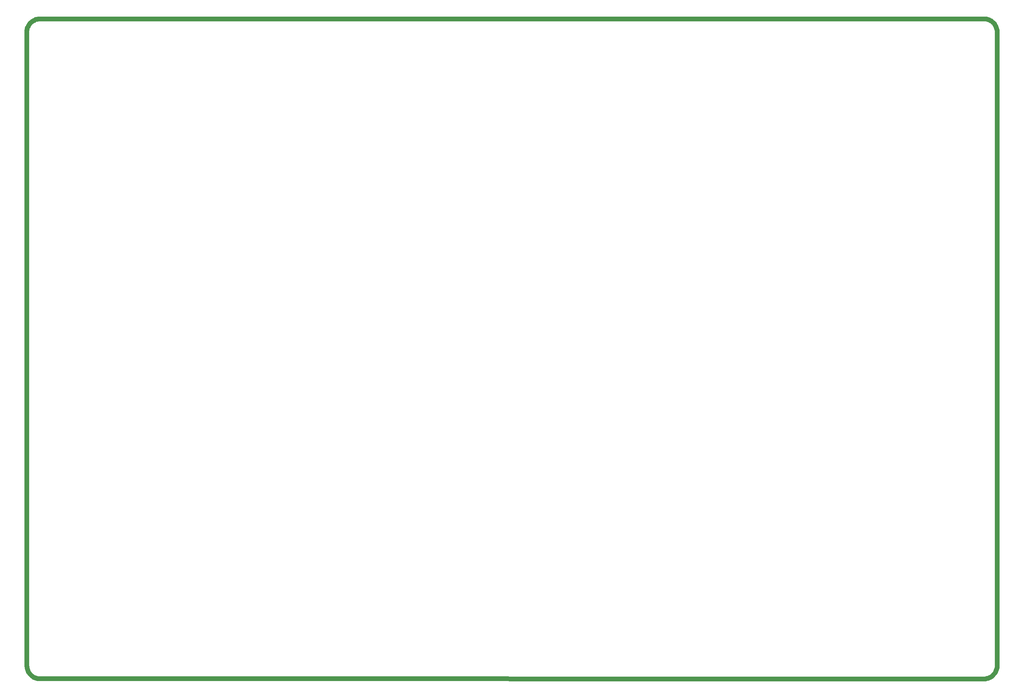
<source format=gko>
G04*
G04 #@! TF.GenerationSoftware,Altium Limited,Altium Designer,20.1.11 (218)*
G04*
G04 Layer_Color=16711935*
%FSLAX25Y25*%
%MOIN*%
G70*
G04*
G04 #@! TF.SameCoordinates,A32AA641-9BD5-4A0C-9211-EA825F98DF86*
G04*
G04*
G04 #@! TF.FilePolarity,Positive*
G04*
G01*
G75*
%ADD98C,0.04724*%
D98*
X956000Y638628D02*
X955921Y639647D01*
X955762Y640656D01*
X955524Y641649D01*
X955209Y642621D01*
X954819Y643565D01*
X954356Y644476D01*
X953823Y645347D01*
X953223Y646174D01*
X952561Y646951D01*
X951839Y647674D01*
X951063Y648338D01*
X950237Y648939D01*
X949366Y649474D01*
X948456Y649938D01*
X947513Y650330D01*
X946542Y650646D01*
X945549Y650886D01*
X944540Y651046D01*
X943521Y651127D01*
X942500Y651128D01*
X14872Y651000D02*
X13853Y650921D01*
X12844Y650762D01*
X11851Y650524D01*
X10879Y650209D01*
X9935Y649819D01*
X9024Y649356D01*
X8153Y648823D01*
X7326Y648223D01*
X6549Y647561D01*
X5826Y646839D01*
X5162Y646063D01*
X4561Y645237D01*
X4026Y644366D01*
X3562Y643456D01*
X3170Y642513D01*
X2854Y641542D01*
X2614Y640549D01*
X2454Y639540D01*
X2373Y638521D01*
X2372Y637500D01*
X2500Y15000D02*
X2579Y13982D01*
X2738Y12972D01*
X2976Y11979D01*
X3291Y11007D01*
X3681Y10063D01*
X4144Y9153D01*
X4677Y8281D01*
X5277Y7454D01*
X5940Y6677D01*
X6661Y5954D01*
X7437Y5290D01*
X8263Y4689D01*
X9134Y4154D01*
X10044Y3690D01*
X10987Y3298D01*
X11958Y2982D01*
X12951Y2743D01*
X13960Y2582D01*
X14978Y2501D01*
X16000Y2500D01*
X943500Y2362D02*
X944518Y2441D01*
X945527Y2600D01*
X946521Y2838D01*
X947493Y3153D01*
X948437Y3543D01*
X949347Y4006D01*
X950219Y4539D01*
X951046Y5139D01*
X951823Y5802D01*
X952546Y6523D01*
X953210Y7300D01*
X953811Y8125D01*
X954346Y8996D01*
X954810Y9906D01*
X955202Y10849D01*
X955518Y11821D01*
X955758Y12814D01*
X955918Y13822D01*
X955999Y14841D01*
X956000Y15862D01*
X14872Y651000D02*
X942500Y651128D01*
X2372Y637500D02*
X2500Y15000D01*
X956000Y15862D02*
Y638628D01*
X16000Y2500D02*
X943500Y2362D01*
M02*

</source>
